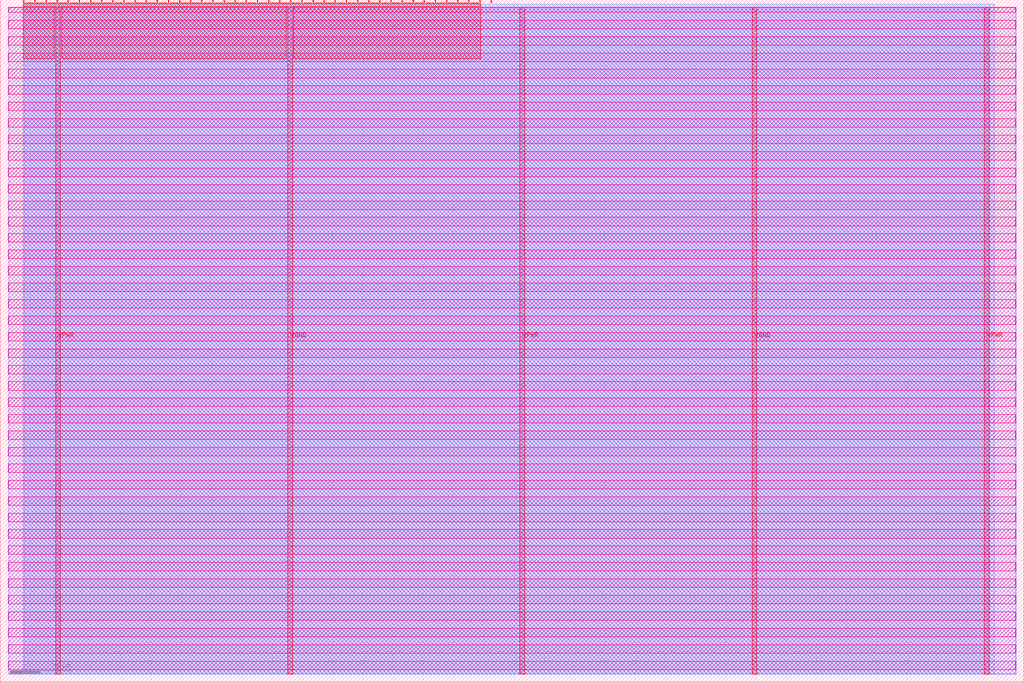
<source format=lef>
VERSION 5.7 ;
  NOWIREEXTENSIONATPIN ON ;
  DIVIDERCHAR "/" ;
  BUSBITCHARS "[]" ;
MACRO tt_um_morningjava_top
  CLASS BLOCK ;
  FOREIGN tt_um_morningjava_top ;
  ORIGIN 0.000 0.000 ;
  SIZE 338.560 BY 225.760 ;
  PIN VGND
    DIRECTION INOUT ;
    USE GROUND ;
    PORT
      LAYER met4 ;
        RECT 95.080 2.480 96.680 223.280 ;
    END
    PORT
      LAYER met4 ;
        RECT 248.680 2.480 250.280 223.280 ;
    END
  END VGND
  PIN VPWR
    DIRECTION INOUT ;
    USE POWER ;
    PORT
      LAYER met4 ;
        RECT 18.280 2.480 19.880 223.280 ;
    END
    PORT
      LAYER met4 ;
        RECT 171.880 2.480 173.480 223.280 ;
    END
    PORT
      LAYER met4 ;
        RECT 325.480 2.480 327.080 223.280 ;
    END
  END VPWR
  PIN clk
    DIRECTION INPUT ;
    USE SIGNAL ;
    ANTENNAGATEAREA 0.852000 ;
    PORT
      LAYER met4 ;
        RECT 158.550 224.760 158.850 225.760 ;
    END
  END clk
  PIN ena
    DIRECTION INPUT ;
    USE SIGNAL ;
    PORT
      LAYER met4 ;
        RECT 162.230 224.760 162.530 225.760 ;
    END
  END ena
  PIN rst_n
    DIRECTION INPUT ;
    USE SIGNAL ;
    ANTENNAGATEAREA 0.196500 ;
    PORT
      LAYER met4 ;
        RECT 154.870 224.760 155.170 225.760 ;
    END
  END rst_n
  PIN ui_in[0]
    DIRECTION INPUT ;
    USE SIGNAL ;
    PORT
      LAYER met4 ;
        RECT 151.190 224.760 151.490 225.760 ;
    END
  END ui_in[0]
  PIN ui_in[1]
    DIRECTION INPUT ;
    USE SIGNAL ;
    PORT
      LAYER met4 ;
        RECT 147.510 224.760 147.810 225.760 ;
    END
  END ui_in[1]
  PIN ui_in[2]
    DIRECTION INPUT ;
    USE SIGNAL ;
    ANTENNAGATEAREA 0.196500 ;
    PORT
      LAYER met4 ;
        RECT 143.830 224.760 144.130 225.760 ;
    END
  END ui_in[2]
  PIN ui_in[3]
    DIRECTION INPUT ;
    USE SIGNAL ;
    PORT
      LAYER met4 ;
        RECT 140.150 224.760 140.450 225.760 ;
    END
  END ui_in[3]
  PIN ui_in[4]
    DIRECTION INPUT ;
    USE SIGNAL ;
    PORT
      LAYER met4 ;
        RECT 136.470 224.760 136.770 225.760 ;
    END
  END ui_in[4]
  PIN ui_in[5]
    DIRECTION INPUT ;
    USE SIGNAL ;
    PORT
      LAYER met4 ;
        RECT 132.790 224.760 133.090 225.760 ;
    END
  END ui_in[5]
  PIN ui_in[6]
    DIRECTION INPUT ;
    USE SIGNAL ;
    PORT
      LAYER met4 ;
        RECT 129.110 224.760 129.410 225.760 ;
    END
  END ui_in[6]
  PIN ui_in[7]
    DIRECTION INPUT ;
    USE SIGNAL ;
    ANTENNAGATEAREA 0.196500 ;
    PORT
      LAYER met4 ;
        RECT 125.430 224.760 125.730 225.760 ;
    END
  END ui_in[7]
  PIN uio_in[0]
    DIRECTION INPUT ;
    USE SIGNAL ;
    PORT
      LAYER met4 ;
        RECT 121.750 224.760 122.050 225.760 ;
    END
  END uio_in[0]
  PIN uio_in[1]
    DIRECTION INPUT ;
    USE SIGNAL ;
    PORT
      LAYER met4 ;
        RECT 118.070 224.760 118.370 225.760 ;
    END
  END uio_in[1]
  PIN uio_in[2]
    DIRECTION INPUT ;
    USE SIGNAL ;
    PORT
      LAYER met4 ;
        RECT 114.390 224.760 114.690 225.760 ;
    END
  END uio_in[2]
  PIN uio_in[3]
    DIRECTION INPUT ;
    USE SIGNAL ;
    PORT
      LAYER met4 ;
        RECT 110.710 224.760 111.010 225.760 ;
    END
  END uio_in[3]
  PIN uio_in[4]
    DIRECTION INPUT ;
    USE SIGNAL ;
    PORT
      LAYER met4 ;
        RECT 107.030 224.760 107.330 225.760 ;
    END
  END uio_in[4]
  PIN uio_in[5]
    DIRECTION INPUT ;
    USE SIGNAL ;
    PORT
      LAYER met4 ;
        RECT 103.350 224.760 103.650 225.760 ;
    END
  END uio_in[5]
  PIN uio_in[6]
    DIRECTION INPUT ;
    USE SIGNAL ;
    PORT
      LAYER met4 ;
        RECT 99.670 224.760 99.970 225.760 ;
    END
  END uio_in[6]
  PIN uio_in[7]
    DIRECTION INPUT ;
    USE SIGNAL ;
    PORT
      LAYER met4 ;
        RECT 95.990 224.760 96.290 225.760 ;
    END
  END uio_in[7]
  PIN uio_oe[0]
    DIRECTION OUTPUT TRISTATE ;
    USE SIGNAL ;
    PORT
      LAYER met4 ;
        RECT 33.430 224.760 33.730 225.760 ;
    END
  END uio_oe[0]
  PIN uio_oe[1]
    DIRECTION OUTPUT TRISTATE ;
    USE SIGNAL ;
    PORT
      LAYER met4 ;
        RECT 29.750 224.760 30.050 225.760 ;
    END
  END uio_oe[1]
  PIN uio_oe[2]
    DIRECTION OUTPUT TRISTATE ;
    USE SIGNAL ;
    PORT
      LAYER met4 ;
        RECT 26.070 224.760 26.370 225.760 ;
    END
  END uio_oe[2]
  PIN uio_oe[3]
    DIRECTION OUTPUT TRISTATE ;
    USE SIGNAL ;
    PORT
      LAYER met4 ;
        RECT 22.390 224.760 22.690 225.760 ;
    END
  END uio_oe[3]
  PIN uio_oe[4]
    DIRECTION OUTPUT TRISTATE ;
    USE SIGNAL ;
    PORT
      LAYER met4 ;
        RECT 18.710 224.760 19.010 225.760 ;
    END
  END uio_oe[4]
  PIN uio_oe[5]
    DIRECTION OUTPUT TRISTATE ;
    USE SIGNAL ;
    PORT
      LAYER met4 ;
        RECT 15.030 224.760 15.330 225.760 ;
    END
  END uio_oe[5]
  PIN uio_oe[6]
    DIRECTION OUTPUT TRISTATE ;
    USE SIGNAL ;
    PORT
      LAYER met4 ;
        RECT 11.350 224.760 11.650 225.760 ;
    END
  END uio_oe[6]
  PIN uio_oe[7]
    DIRECTION OUTPUT TRISTATE ;
    USE SIGNAL ;
    PORT
      LAYER met4 ;
        RECT 7.670 224.760 7.970 225.760 ;
    END
  END uio_oe[7]
  PIN uio_out[0]
    DIRECTION OUTPUT TRISTATE ;
    USE SIGNAL ;
    PORT
      LAYER met4 ;
        RECT 62.870 224.760 63.170 225.760 ;
    END
  END uio_out[0]
  PIN uio_out[1]
    DIRECTION OUTPUT TRISTATE ;
    USE SIGNAL ;
    PORT
      LAYER met4 ;
        RECT 59.190 224.760 59.490 225.760 ;
    END
  END uio_out[1]
  PIN uio_out[2]
    DIRECTION OUTPUT TRISTATE ;
    USE SIGNAL ;
    PORT
      LAYER met4 ;
        RECT 55.510 224.760 55.810 225.760 ;
    END
  END uio_out[2]
  PIN uio_out[3]
    DIRECTION OUTPUT TRISTATE ;
    USE SIGNAL ;
    PORT
      LAYER met4 ;
        RECT 51.830 224.760 52.130 225.760 ;
    END
  END uio_out[3]
  PIN uio_out[4]
    DIRECTION OUTPUT TRISTATE ;
    USE SIGNAL ;
    PORT
      LAYER met4 ;
        RECT 48.150 224.760 48.450 225.760 ;
    END
  END uio_out[4]
  PIN uio_out[5]
    DIRECTION OUTPUT TRISTATE ;
    USE SIGNAL ;
    PORT
      LAYER met4 ;
        RECT 44.470 224.760 44.770 225.760 ;
    END
  END uio_out[5]
  PIN uio_out[6]
    DIRECTION OUTPUT TRISTATE ;
    USE SIGNAL ;
    PORT
      LAYER met4 ;
        RECT 40.790 224.760 41.090 225.760 ;
    END
  END uio_out[6]
  PIN uio_out[7]
    DIRECTION OUTPUT TRISTATE ;
    USE SIGNAL ;
    PORT
      LAYER met4 ;
        RECT 37.110 224.760 37.410 225.760 ;
    END
  END uio_out[7]
  PIN uo_out[0]
    DIRECTION OUTPUT TRISTATE ;
    USE SIGNAL ;
    ANTENNADIFFAREA 0.795200 ;
    PORT
      LAYER met4 ;
        RECT 92.310 224.760 92.610 225.760 ;
    END
  END uo_out[0]
  PIN uo_out[1]
    DIRECTION OUTPUT TRISTATE ;
    USE SIGNAL ;
    PORT
      LAYER met4 ;
        RECT 88.630 224.760 88.930 225.760 ;
    END
  END uo_out[1]
  PIN uo_out[2]
    DIRECTION OUTPUT TRISTATE ;
    USE SIGNAL ;
    ANTENNADIFFAREA 0.795200 ;
    PORT
      LAYER met4 ;
        RECT 84.950 224.760 85.250 225.760 ;
    END
  END uo_out[2]
  PIN uo_out[3]
    DIRECTION OUTPUT TRISTATE ;
    USE SIGNAL ;
    ANTENNADIFFAREA 0.795200 ;
    PORT
      LAYER met4 ;
        RECT 81.270 224.760 81.570 225.760 ;
    END
  END uo_out[3]
  PIN uo_out[4]
    DIRECTION OUTPUT TRISTATE ;
    USE SIGNAL ;
    ANTENNADIFFAREA 0.795200 ;
    PORT
      LAYER met4 ;
        RECT 77.590 224.760 77.890 225.760 ;
    END
  END uo_out[4]
  PIN uo_out[5]
    DIRECTION OUTPUT TRISTATE ;
    USE SIGNAL ;
    PORT
      LAYER met4 ;
        RECT 73.910 224.760 74.210 225.760 ;
    END
  END uo_out[5]
  PIN uo_out[6]
    DIRECTION OUTPUT TRISTATE ;
    USE SIGNAL ;
    PORT
      LAYER met4 ;
        RECT 70.230 224.760 70.530 225.760 ;
    END
  END uo_out[6]
  PIN uo_out[7]
    DIRECTION OUTPUT TRISTATE ;
    USE SIGNAL ;
    ANTENNADIFFAREA 0.795200 ;
    PORT
      LAYER met4 ;
        RECT 66.550 224.760 66.850 225.760 ;
    END
  END uo_out[7]
  OBS
      LAYER nwell ;
        RECT 2.570 221.625 335.990 223.230 ;
        RECT 2.570 216.185 335.990 219.015 ;
        RECT 2.570 210.745 335.990 213.575 ;
        RECT 2.570 205.305 335.990 208.135 ;
        RECT 2.570 199.865 335.990 202.695 ;
        RECT 2.570 194.425 335.990 197.255 ;
        RECT 2.570 188.985 335.990 191.815 ;
        RECT 2.570 183.545 335.990 186.375 ;
        RECT 2.570 178.105 335.990 180.935 ;
        RECT 2.570 172.665 335.990 175.495 ;
        RECT 2.570 167.225 335.990 170.055 ;
        RECT 2.570 161.785 335.990 164.615 ;
        RECT 2.570 156.345 335.990 159.175 ;
        RECT 2.570 150.905 335.990 153.735 ;
        RECT 2.570 145.465 335.990 148.295 ;
        RECT 2.570 140.025 335.990 142.855 ;
        RECT 2.570 134.585 335.990 137.415 ;
        RECT 2.570 129.145 335.990 131.975 ;
        RECT 2.570 123.705 335.990 126.535 ;
        RECT 2.570 118.265 335.990 121.095 ;
        RECT 2.570 112.825 335.990 115.655 ;
        RECT 2.570 107.385 335.990 110.215 ;
        RECT 2.570 101.945 335.990 104.775 ;
        RECT 2.570 96.505 335.990 99.335 ;
        RECT 2.570 91.065 335.990 93.895 ;
        RECT 2.570 85.625 335.990 88.455 ;
        RECT 2.570 80.185 335.990 83.015 ;
        RECT 2.570 74.745 335.990 77.575 ;
        RECT 2.570 69.305 335.990 72.135 ;
        RECT 2.570 63.865 335.990 66.695 ;
        RECT 2.570 58.425 335.990 61.255 ;
        RECT 2.570 52.985 335.990 55.815 ;
        RECT 2.570 47.545 335.990 50.375 ;
        RECT 2.570 42.105 335.990 44.935 ;
        RECT 2.570 36.665 335.990 39.495 ;
        RECT 2.570 31.225 335.990 34.055 ;
        RECT 2.570 25.785 335.990 28.615 ;
        RECT 2.570 20.345 335.990 23.175 ;
        RECT 2.570 14.905 335.990 17.735 ;
        RECT 2.570 9.465 335.990 12.295 ;
        RECT 2.570 4.025 335.990 6.855 ;
      LAYER li1 ;
        RECT 2.760 2.635 335.800 223.125 ;
      LAYER met1 ;
        RECT 2.760 2.480 336.100 223.280 ;
      LAYER met2 ;
        RECT 7.910 2.535 328.800 224.245 ;
      LAYER met3 ;
        RECT 7.630 2.555 327.070 224.225 ;
      LAYER met4 ;
        RECT 8.370 224.360 10.950 224.760 ;
        RECT 12.050 224.360 14.630 224.760 ;
        RECT 15.730 224.360 18.310 224.760 ;
        RECT 19.410 224.360 21.990 224.760 ;
        RECT 23.090 224.360 25.670 224.760 ;
        RECT 26.770 224.360 29.350 224.760 ;
        RECT 30.450 224.360 33.030 224.760 ;
        RECT 34.130 224.360 36.710 224.760 ;
        RECT 37.810 224.360 40.390 224.760 ;
        RECT 41.490 224.360 44.070 224.760 ;
        RECT 45.170 224.360 47.750 224.760 ;
        RECT 48.850 224.360 51.430 224.760 ;
        RECT 52.530 224.360 55.110 224.760 ;
        RECT 56.210 224.360 58.790 224.760 ;
        RECT 59.890 224.360 62.470 224.760 ;
        RECT 63.570 224.360 66.150 224.760 ;
        RECT 67.250 224.360 69.830 224.760 ;
        RECT 70.930 224.360 73.510 224.760 ;
        RECT 74.610 224.360 77.190 224.760 ;
        RECT 78.290 224.360 80.870 224.760 ;
        RECT 81.970 224.360 84.550 224.760 ;
        RECT 85.650 224.360 88.230 224.760 ;
        RECT 89.330 224.360 91.910 224.760 ;
        RECT 93.010 224.360 95.590 224.760 ;
        RECT 96.690 224.360 99.270 224.760 ;
        RECT 100.370 224.360 102.950 224.760 ;
        RECT 104.050 224.360 106.630 224.760 ;
        RECT 107.730 224.360 110.310 224.760 ;
        RECT 111.410 224.360 113.990 224.760 ;
        RECT 115.090 224.360 117.670 224.760 ;
        RECT 118.770 224.360 121.350 224.760 ;
        RECT 122.450 224.360 125.030 224.760 ;
        RECT 126.130 224.360 128.710 224.760 ;
        RECT 129.810 224.360 132.390 224.760 ;
        RECT 133.490 224.360 136.070 224.760 ;
        RECT 137.170 224.360 139.750 224.760 ;
        RECT 140.850 224.360 143.430 224.760 ;
        RECT 144.530 224.360 147.110 224.760 ;
        RECT 148.210 224.360 150.790 224.760 ;
        RECT 151.890 224.360 154.470 224.760 ;
        RECT 155.570 224.360 158.150 224.760 ;
        RECT 7.655 223.680 158.865 224.360 ;
        RECT 7.655 206.215 17.880 223.680 ;
        RECT 20.280 206.215 94.680 223.680 ;
        RECT 97.080 206.215 158.865 223.680 ;
  END
END tt_um_morningjava_top
END LIBRARY


</source>
